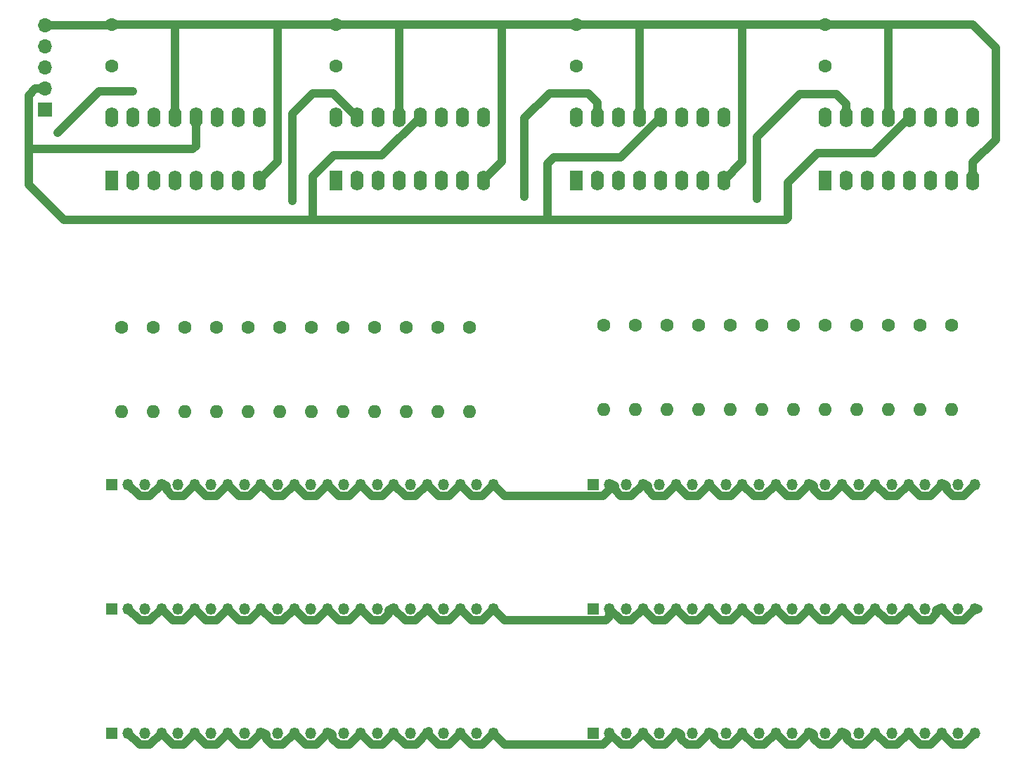
<source format=gbr>
%TF.GenerationSoftware,KiCad,Pcbnew,(5.1.9-0-10_14)*%
%TF.CreationDate,2021-03-14T17:55:17-04:00*%
%TF.ProjectId,LED Display,4c454420-4469-4737-906c-61792e6b6963,rev?*%
%TF.SameCoordinates,Original*%
%TF.FileFunction,Copper,L2,Bot*%
%TF.FilePolarity,Positive*%
%FSLAX46Y46*%
G04 Gerber Fmt 4.6, Leading zero omitted, Abs format (unit mm)*
G04 Created by KiCad (PCBNEW (5.1.9-0-10_14)) date 2021-03-14 17:55:17*
%MOMM*%
%LPD*%
G01*
G04 APERTURE LIST*
%TA.AperFunction,ComponentPad*%
%ADD10R,1.350000X1.350000*%
%TD*%
%TA.AperFunction,ComponentPad*%
%ADD11O,1.350000X1.350000*%
%TD*%
%TA.AperFunction,ComponentPad*%
%ADD12C,1.600000*%
%TD*%
%TA.AperFunction,ComponentPad*%
%ADD13R,1.700000X1.700000*%
%TD*%
%TA.AperFunction,ComponentPad*%
%ADD14O,1.700000X1.700000*%
%TD*%
%TA.AperFunction,ComponentPad*%
%ADD15O,1.600000X1.600000*%
%TD*%
%TA.AperFunction,ComponentPad*%
%ADD16O,1.600000X2.400000*%
%TD*%
%TA.AperFunction,ComponentPad*%
%ADD17R,1.600000X2.400000*%
%TD*%
%TA.AperFunction,ViaPad*%
%ADD18C,0.800000*%
%TD*%
%TA.AperFunction,Conductor*%
%ADD19C,1.000000*%
%TD*%
G04 APERTURE END LIST*
D10*
%TO.P,Display6,1*%
%TO.N,Net-(Display2-Pad1)*%
X102500000Y-101650000D03*
D11*
%TO.P,Display6,2*%
%TO.N,Net-(Display5-Pad10)*%
X104500000Y-101650000D03*
%TO.P,Display6,3*%
%TO.N,Net-(Display2-Pad3)*%
X106500000Y-101650000D03*
%TO.P,Display6,4*%
%TO.N,Net-(Display5-Pad10)*%
X108500000Y-101650000D03*
%TO.P,Display6,5*%
%TO.N,Net-(Display2-Pad5)*%
X110500000Y-101650000D03*
%TO.P,Display6,6*%
%TO.N,Net-(Display5-Pad10)*%
X112500000Y-101650000D03*
%TO.P,Display6,7*%
%TO.N,Net-(Display2-Pad7)*%
X114500000Y-101650000D03*
%TO.P,Display6,8*%
%TO.N,Net-(Display5-Pad10)*%
X116500000Y-101650000D03*
%TO.P,Display6,9*%
%TO.N,Net-(Display2-Pad9)*%
X118500000Y-101650000D03*
%TO.P,Display6,10*%
%TO.N,Net-(Display5-Pad10)*%
X120500000Y-101650000D03*
%TO.P,Display6,11*%
%TO.N,Net-(Display2-Pad11)*%
X122500000Y-101650000D03*
%TO.P,Display6,12*%
%TO.N,Net-(Display5-Pad10)*%
X124500000Y-101650000D03*
%TO.P,Display6,13*%
%TO.N,Net-(Display2-Pad13)*%
X126500000Y-101650000D03*
%TO.P,Display6,14*%
%TO.N,Net-(Display5-Pad10)*%
X128500000Y-101650000D03*
%TO.P,Display6,15*%
%TO.N,Net-(Display2-Pad15)*%
X130500000Y-101650000D03*
%TO.P,Display6,16*%
%TO.N,Net-(Display5-Pad10)*%
X132500000Y-101650000D03*
%TO.P,Display6,17*%
%TO.N,Net-(Display2-Pad17)*%
X134500000Y-101650000D03*
%TO.P,Display6,18*%
%TO.N,Net-(Display5-Pad10)*%
X136500000Y-101650000D03*
%TO.P,Display6,19*%
%TO.N,Net-(Display2-Pad19)*%
X138500000Y-101650000D03*
%TO.P,Display6,20*%
%TO.N,Net-(Display5-Pad10)*%
X140500000Y-101650000D03*
%TO.P,Display6,21*%
%TO.N,Net-(Display2-Pad21)*%
X142500000Y-101650000D03*
%TO.P,Display6,22*%
%TO.N,Net-(Display5-Pad10)*%
X144500000Y-101650000D03*
%TO.P,Display6,23*%
%TO.N,Net-(Display2-Pad23)*%
X146500000Y-101650000D03*
%TO.P,Display6,24*%
%TO.N,Net-(Display5-Pad10)*%
X148500000Y-101650000D03*
%TD*%
D12*
%TO.P,C1,2*%
%TO.N,GND*%
X44500000Y-16250000D03*
%TO.P,C1,1*%
%TO.N,+5V*%
X44500000Y-21250000D03*
%TD*%
%TO.P,C2,1*%
%TO.N,+5V*%
X71500000Y-21250000D03*
%TO.P,C2,2*%
%TO.N,GND*%
X71500000Y-16250000D03*
%TD*%
%TO.P,C3,1*%
%TO.N,+5V*%
X100500000Y-21250000D03*
%TO.P,C3,2*%
%TO.N,GND*%
X100500000Y-16250000D03*
%TD*%
%TO.P,C4,2*%
%TO.N,+5V*%
X130500000Y-21250000D03*
%TO.P,C4,1*%
%TO.N,GND*%
X130500000Y-16250000D03*
%TD*%
D11*
%TO.P,Display1,24*%
%TO.N,Net-(Display1-Pad10)*%
X90500000Y-71650000D03*
%TO.P,Display1,23*%
%TO.N,Net-(Display1-Pad23)*%
X88500000Y-71650000D03*
%TO.P,Display1,22*%
%TO.N,Net-(Display1-Pad10)*%
X86500000Y-71650000D03*
%TO.P,Display1,21*%
%TO.N,Net-(Display1-Pad21)*%
X84500000Y-71650000D03*
%TO.P,Display1,20*%
%TO.N,Net-(Display1-Pad10)*%
X82500000Y-71650000D03*
%TO.P,Display1,19*%
%TO.N,Net-(Display1-Pad19)*%
X80500000Y-71650000D03*
%TO.P,Display1,18*%
%TO.N,Net-(Display1-Pad10)*%
X78500000Y-71650000D03*
%TO.P,Display1,17*%
%TO.N,Net-(Display1-Pad17)*%
X76500000Y-71650000D03*
%TO.P,Display1,16*%
%TO.N,Net-(Display1-Pad10)*%
X74500000Y-71650000D03*
%TO.P,Display1,15*%
%TO.N,Net-(Display1-Pad15)*%
X72500000Y-71650000D03*
%TO.P,Display1,14*%
%TO.N,Net-(Display1-Pad10)*%
X70500000Y-71650000D03*
%TO.P,Display1,13*%
%TO.N,Net-(Display1-Pad13)*%
X68500000Y-71650000D03*
%TO.P,Display1,12*%
%TO.N,Net-(Display1-Pad10)*%
X66500000Y-71650000D03*
%TO.P,Display1,11*%
%TO.N,Net-(Display1-Pad11)*%
X64500000Y-71650000D03*
%TO.P,Display1,10*%
%TO.N,Net-(Display1-Pad10)*%
X62500000Y-71650000D03*
%TO.P,Display1,9*%
%TO.N,Net-(Display1-Pad9)*%
X60500000Y-71650000D03*
%TO.P,Display1,8*%
%TO.N,Net-(Display1-Pad10)*%
X58500000Y-71650000D03*
%TO.P,Display1,7*%
%TO.N,Net-(Display1-Pad7)*%
X56500000Y-71650000D03*
%TO.P,Display1,6*%
%TO.N,Net-(Display1-Pad10)*%
X54500000Y-71650000D03*
%TO.P,Display1,5*%
%TO.N,Net-(Display1-Pad5)*%
X52500000Y-71650000D03*
%TO.P,Display1,4*%
%TO.N,Net-(Display1-Pad10)*%
X50500000Y-71650000D03*
%TO.P,Display1,3*%
%TO.N,Net-(Display1-Pad3)*%
X48500000Y-71650000D03*
%TO.P,Display1,2*%
%TO.N,Net-(Display1-Pad10)*%
X46500000Y-71650000D03*
D10*
%TO.P,Display1,1*%
%TO.N,Net-(Display1-Pad1)*%
X44500000Y-71650000D03*
%TD*%
%TO.P,Display2,1*%
%TO.N,Net-(Display2-Pad1)*%
X102500000Y-71650000D03*
D11*
%TO.P,Display2,2*%
%TO.N,Net-(Display1-Pad10)*%
X104500000Y-71650000D03*
%TO.P,Display2,3*%
%TO.N,Net-(Display2-Pad3)*%
X106500000Y-71650000D03*
%TO.P,Display2,4*%
%TO.N,Net-(Display1-Pad10)*%
X108500000Y-71650000D03*
%TO.P,Display2,5*%
%TO.N,Net-(Display2-Pad5)*%
X110500000Y-71650000D03*
%TO.P,Display2,6*%
%TO.N,Net-(Display1-Pad10)*%
X112500000Y-71650000D03*
%TO.P,Display2,7*%
%TO.N,Net-(Display2-Pad7)*%
X114500000Y-71650000D03*
%TO.P,Display2,8*%
%TO.N,Net-(Display1-Pad10)*%
X116500000Y-71650000D03*
%TO.P,Display2,9*%
%TO.N,Net-(Display2-Pad9)*%
X118500000Y-71650000D03*
%TO.P,Display2,10*%
%TO.N,Net-(Display1-Pad10)*%
X120500000Y-71650000D03*
%TO.P,Display2,11*%
%TO.N,Net-(Display2-Pad11)*%
X122500000Y-71650000D03*
%TO.P,Display2,12*%
%TO.N,Net-(Display1-Pad10)*%
X124500000Y-71650000D03*
%TO.P,Display2,13*%
%TO.N,Net-(Display2-Pad13)*%
X126500000Y-71650000D03*
%TO.P,Display2,14*%
%TO.N,Net-(Display1-Pad10)*%
X128500000Y-71650000D03*
%TO.P,Display2,15*%
%TO.N,Net-(Display2-Pad15)*%
X130500000Y-71650000D03*
%TO.P,Display2,16*%
%TO.N,Net-(Display1-Pad10)*%
X132500000Y-71650000D03*
%TO.P,Display2,17*%
%TO.N,Net-(Display2-Pad17)*%
X134500000Y-71650000D03*
%TO.P,Display2,18*%
%TO.N,Net-(Display1-Pad10)*%
X136500000Y-71650000D03*
%TO.P,Display2,19*%
%TO.N,Net-(Display2-Pad19)*%
X138500000Y-71650000D03*
%TO.P,Display2,20*%
%TO.N,Net-(Display1-Pad10)*%
X140500000Y-71650000D03*
%TO.P,Display2,21*%
%TO.N,Net-(Display2-Pad21)*%
X142500000Y-71650000D03*
%TO.P,Display2,22*%
%TO.N,Net-(Display1-Pad10)*%
X144500000Y-71650000D03*
%TO.P,Display2,23*%
%TO.N,Net-(Display2-Pad23)*%
X146500000Y-71650000D03*
%TO.P,Display2,24*%
%TO.N,Net-(Display1-Pad10)*%
X148500000Y-71650000D03*
%TD*%
%TO.P,Display3,24*%
%TO.N,Net-(Display3-Pad10)*%
X90500000Y-86650000D03*
%TO.P,Display3,23*%
%TO.N,Net-(Display1-Pad23)*%
X88500000Y-86650000D03*
%TO.P,Display3,22*%
%TO.N,Net-(Display3-Pad10)*%
X86500000Y-86650000D03*
%TO.P,Display3,21*%
%TO.N,Net-(Display1-Pad21)*%
X84500000Y-86650000D03*
%TO.P,Display3,20*%
%TO.N,Net-(Display3-Pad10)*%
X82500000Y-86650000D03*
%TO.P,Display3,19*%
%TO.N,Net-(Display1-Pad19)*%
X80500000Y-86650000D03*
%TO.P,Display3,18*%
%TO.N,Net-(Display3-Pad10)*%
X78500000Y-86650000D03*
%TO.P,Display3,17*%
%TO.N,Net-(Display1-Pad17)*%
X76500000Y-86650000D03*
%TO.P,Display3,16*%
%TO.N,Net-(Display3-Pad10)*%
X74500000Y-86650000D03*
%TO.P,Display3,15*%
%TO.N,Net-(Display1-Pad15)*%
X72500000Y-86650000D03*
%TO.P,Display3,14*%
%TO.N,Net-(Display3-Pad10)*%
X70500000Y-86650000D03*
%TO.P,Display3,13*%
%TO.N,Net-(Display1-Pad13)*%
X68500000Y-86650000D03*
%TO.P,Display3,12*%
%TO.N,Net-(Display3-Pad10)*%
X66500000Y-86650000D03*
%TO.P,Display3,11*%
%TO.N,Net-(Display1-Pad11)*%
X64500000Y-86650000D03*
%TO.P,Display3,10*%
%TO.N,Net-(Display3-Pad10)*%
X62500000Y-86650000D03*
%TO.P,Display3,9*%
%TO.N,Net-(Display1-Pad9)*%
X60500000Y-86650000D03*
%TO.P,Display3,8*%
%TO.N,Net-(Display3-Pad10)*%
X58500000Y-86650000D03*
%TO.P,Display3,7*%
%TO.N,Net-(Display1-Pad7)*%
X56500000Y-86650000D03*
%TO.P,Display3,6*%
%TO.N,Net-(Display3-Pad10)*%
X54500000Y-86650000D03*
%TO.P,Display3,5*%
%TO.N,Net-(Display1-Pad5)*%
X52500000Y-86650000D03*
%TO.P,Display3,4*%
%TO.N,Net-(Display3-Pad10)*%
X50500000Y-86650000D03*
%TO.P,Display3,3*%
%TO.N,Net-(Display1-Pad3)*%
X48500000Y-86650000D03*
%TO.P,Display3,2*%
%TO.N,Net-(Display3-Pad10)*%
X46500000Y-86650000D03*
D10*
%TO.P,Display3,1*%
%TO.N,Net-(Display1-Pad1)*%
X44500000Y-86650000D03*
%TD*%
D11*
%TO.P,Display4,24*%
%TO.N,Net-(Display3-Pad10)*%
X148500000Y-86650000D03*
%TO.P,Display4,23*%
%TO.N,Net-(Display2-Pad23)*%
X146500000Y-86650000D03*
%TO.P,Display4,22*%
%TO.N,Net-(Display3-Pad10)*%
X144500000Y-86650000D03*
%TO.P,Display4,21*%
%TO.N,Net-(Display2-Pad21)*%
X142500000Y-86650000D03*
%TO.P,Display4,20*%
%TO.N,Net-(Display3-Pad10)*%
X140500000Y-86650000D03*
%TO.P,Display4,19*%
%TO.N,Net-(Display2-Pad19)*%
X138500000Y-86650000D03*
%TO.P,Display4,18*%
%TO.N,Net-(Display3-Pad10)*%
X136500000Y-86650000D03*
%TO.P,Display4,17*%
%TO.N,Net-(Display2-Pad17)*%
X134500000Y-86650000D03*
%TO.P,Display4,16*%
%TO.N,Net-(Display3-Pad10)*%
X132500000Y-86650000D03*
%TO.P,Display4,15*%
%TO.N,Net-(Display2-Pad15)*%
X130500000Y-86650000D03*
%TO.P,Display4,14*%
%TO.N,Net-(Display3-Pad10)*%
X128500000Y-86650000D03*
%TO.P,Display4,13*%
%TO.N,Net-(Display2-Pad13)*%
X126500000Y-86650000D03*
%TO.P,Display4,12*%
%TO.N,Net-(Display3-Pad10)*%
X124500000Y-86650000D03*
%TO.P,Display4,11*%
%TO.N,Net-(Display2-Pad11)*%
X122500000Y-86650000D03*
%TO.P,Display4,10*%
%TO.N,Net-(Display3-Pad10)*%
X120500000Y-86650000D03*
%TO.P,Display4,9*%
%TO.N,Net-(Display2-Pad9)*%
X118500000Y-86650000D03*
%TO.P,Display4,8*%
%TO.N,Net-(Display3-Pad10)*%
X116500000Y-86650000D03*
%TO.P,Display4,7*%
%TO.N,Net-(Display2-Pad7)*%
X114500000Y-86650000D03*
%TO.P,Display4,6*%
%TO.N,Net-(Display3-Pad10)*%
X112500000Y-86650000D03*
%TO.P,Display4,5*%
%TO.N,Net-(Display2-Pad5)*%
X110500000Y-86650000D03*
%TO.P,Display4,4*%
%TO.N,Net-(Display3-Pad10)*%
X108500000Y-86650000D03*
%TO.P,Display4,3*%
%TO.N,Net-(Display2-Pad3)*%
X106500000Y-86650000D03*
%TO.P,Display4,2*%
%TO.N,Net-(Display3-Pad10)*%
X104500000Y-86650000D03*
D10*
%TO.P,Display4,1*%
%TO.N,Net-(Display2-Pad1)*%
X102500000Y-86650000D03*
%TD*%
%TO.P,Display5,1*%
%TO.N,Net-(Display1-Pad1)*%
X44500000Y-101650000D03*
D11*
%TO.P,Display5,2*%
%TO.N,Net-(Display5-Pad10)*%
X46500000Y-101650000D03*
%TO.P,Display5,3*%
%TO.N,Net-(Display1-Pad3)*%
X48500000Y-101650000D03*
%TO.P,Display5,4*%
%TO.N,Net-(Display5-Pad10)*%
X50500000Y-101650000D03*
%TO.P,Display5,5*%
%TO.N,Net-(Display1-Pad5)*%
X52500000Y-101650000D03*
%TO.P,Display5,6*%
%TO.N,Net-(Display5-Pad10)*%
X54500000Y-101650000D03*
%TO.P,Display5,7*%
%TO.N,Net-(Display1-Pad7)*%
X56500000Y-101650000D03*
%TO.P,Display5,8*%
%TO.N,Net-(Display5-Pad10)*%
X58500000Y-101650000D03*
%TO.P,Display5,9*%
%TO.N,Net-(Display1-Pad9)*%
X60500000Y-101650000D03*
%TO.P,Display5,10*%
%TO.N,Net-(Display5-Pad10)*%
X62500000Y-101650000D03*
%TO.P,Display5,11*%
%TO.N,Net-(Display1-Pad11)*%
X64500000Y-101650000D03*
%TO.P,Display5,12*%
%TO.N,Net-(Display5-Pad10)*%
X66500000Y-101650000D03*
%TO.P,Display5,13*%
%TO.N,Net-(Display1-Pad13)*%
X68500000Y-101650000D03*
%TO.P,Display5,14*%
%TO.N,Net-(Display5-Pad10)*%
X70500000Y-101650000D03*
%TO.P,Display5,15*%
%TO.N,Net-(Display1-Pad15)*%
X72500000Y-101650000D03*
%TO.P,Display5,16*%
%TO.N,Net-(Display5-Pad10)*%
X74500000Y-101650000D03*
%TO.P,Display5,17*%
%TO.N,Net-(Display1-Pad17)*%
X76500000Y-101650000D03*
%TO.P,Display5,18*%
%TO.N,Net-(Display5-Pad10)*%
X78500000Y-101650000D03*
%TO.P,Display5,19*%
%TO.N,Net-(Display1-Pad19)*%
X80500000Y-101650000D03*
%TO.P,Display5,20*%
%TO.N,Net-(Display5-Pad10)*%
X82500000Y-101650000D03*
%TO.P,Display5,21*%
%TO.N,Net-(Display1-Pad21)*%
X84500000Y-101650000D03*
%TO.P,Display5,22*%
%TO.N,Net-(Display5-Pad10)*%
X86500000Y-101650000D03*
%TO.P,Display5,23*%
%TO.N,Net-(Display1-Pad23)*%
X88500000Y-101650000D03*
%TO.P,Display5,24*%
%TO.N,Net-(Display5-Pad10)*%
X90500000Y-101650000D03*
%TD*%
D13*
%TO.P,J1,1*%
%TO.N,Net-(J1-Pad1)*%
X36500000Y-26500000D03*
D14*
%TO.P,J1,2*%
%TO.N,Net-(J1-Pad2)*%
X36500000Y-23960000D03*
%TO.P,J1,3*%
%TO.N,Net-(J1-Pad3)*%
X36500000Y-21420000D03*
%TO.P,J1,4*%
%TO.N,+5V*%
X36500000Y-18880000D03*
%TO.P,J1,5*%
%TO.N,GND*%
X36500000Y-16340000D03*
%TD*%
D12*
%TO.P,R1,1*%
%TO.N,Net-(R1-Pad1)*%
X45750000Y-52750000D03*
D15*
%TO.P,R1,2*%
%TO.N,Net-(Display1-Pad1)*%
X45750000Y-62910000D03*
%TD*%
%TO.P,R2,2*%
%TO.N,Net-(Display1-Pad3)*%
X49560000Y-62910000D03*
D12*
%TO.P,R2,1*%
%TO.N,Net-(R2-Pad1)*%
X49560000Y-52750000D03*
%TD*%
%TO.P,R3,1*%
%TO.N,Net-(R3-Pad1)*%
X53370000Y-52750000D03*
D15*
%TO.P,R3,2*%
%TO.N,Net-(Display1-Pad5)*%
X53370000Y-62910000D03*
%TD*%
D12*
%TO.P,R4,1*%
%TO.N,Net-(R4-Pad1)*%
X57180000Y-52750000D03*
D15*
%TO.P,R4,2*%
%TO.N,Net-(Display1-Pad7)*%
X57180000Y-62910000D03*
%TD*%
D12*
%TO.P,R5,1*%
%TO.N,Net-(R5-Pad1)*%
X60990000Y-52750000D03*
D15*
%TO.P,R5,2*%
%TO.N,Net-(Display1-Pad9)*%
X60990000Y-62910000D03*
%TD*%
%TO.P,R6,2*%
%TO.N,Net-(Display1-Pad11)*%
X64800000Y-62910000D03*
D12*
%TO.P,R6,1*%
%TO.N,Net-(R6-Pad1)*%
X64800000Y-52750000D03*
%TD*%
%TO.P,R7,1*%
%TO.N,Net-(R7-Pad1)*%
X68610000Y-52750000D03*
D15*
%TO.P,R7,2*%
%TO.N,Net-(Display1-Pad13)*%
X68610000Y-62910000D03*
%TD*%
%TO.P,R8,2*%
%TO.N,Net-(Display1-Pad15)*%
X72420000Y-62910000D03*
D12*
%TO.P,R8,1*%
%TO.N,Net-(R8-Pad1)*%
X72420000Y-52750000D03*
%TD*%
D15*
%TO.P,R9,2*%
%TO.N,Net-(Display1-Pad17)*%
X76230000Y-62910000D03*
D12*
%TO.P,R9,1*%
%TO.N,Net-(R9-Pad1)*%
X76230000Y-52750000D03*
%TD*%
%TO.P,R10,1*%
%TO.N,Net-(R10-Pad1)*%
X80040000Y-52750000D03*
D15*
%TO.P,R10,2*%
%TO.N,Net-(Display1-Pad19)*%
X80040000Y-62910000D03*
%TD*%
%TO.P,R11,2*%
%TO.N,Net-(Display1-Pad21)*%
X83850000Y-62910000D03*
D12*
%TO.P,R11,1*%
%TO.N,Net-(R11-Pad1)*%
X83850000Y-52750000D03*
%TD*%
%TO.P,R12,1*%
%TO.N,Net-(R12-Pad1)*%
X87660000Y-52750000D03*
D15*
%TO.P,R12,2*%
%TO.N,Net-(Display1-Pad23)*%
X87660000Y-62910000D03*
%TD*%
D12*
%TO.P,R13,1*%
%TO.N,Net-(R13-Pad1)*%
X103750000Y-52500000D03*
D15*
%TO.P,R13,2*%
%TO.N,Net-(Display2-Pad1)*%
X103750000Y-62660000D03*
%TD*%
%TO.P,R14,2*%
%TO.N,Net-(Display2-Pad3)*%
X107560000Y-62660000D03*
D12*
%TO.P,R14,1*%
%TO.N,Net-(R14-Pad1)*%
X107560000Y-52500000D03*
%TD*%
D15*
%TO.P,R15,2*%
%TO.N,Net-(Display2-Pad5)*%
X111370000Y-62660000D03*
D12*
%TO.P,R15,1*%
%TO.N,Net-(R15-Pad1)*%
X111370000Y-52500000D03*
%TD*%
%TO.P,R16,1*%
%TO.N,Net-(R16-Pad1)*%
X115180000Y-52500000D03*
D15*
%TO.P,R16,2*%
%TO.N,Net-(Display2-Pad7)*%
X115180000Y-62660000D03*
%TD*%
%TO.P,R17,2*%
%TO.N,Net-(Display2-Pad9)*%
X118990000Y-62660000D03*
D12*
%TO.P,R17,1*%
%TO.N,Net-(R17-Pad1)*%
X118990000Y-52500000D03*
%TD*%
%TO.P,R18,1*%
%TO.N,Net-(R18-Pad1)*%
X122800000Y-52500000D03*
D15*
%TO.P,R18,2*%
%TO.N,Net-(Display2-Pad11)*%
X122800000Y-62660000D03*
%TD*%
%TO.P,R19,2*%
%TO.N,Net-(Display2-Pad13)*%
X126610000Y-62660000D03*
D12*
%TO.P,R19,1*%
%TO.N,Net-(R19-Pad1)*%
X126610000Y-52500000D03*
%TD*%
%TO.P,R20,1*%
%TO.N,Net-(R20-Pad1)*%
X130420000Y-52500000D03*
D15*
%TO.P,R20,2*%
%TO.N,Net-(Display2-Pad15)*%
X130420000Y-62660000D03*
%TD*%
%TO.P,R21,2*%
%TO.N,Net-(Display2-Pad17)*%
X134230000Y-62660000D03*
D12*
%TO.P,R21,1*%
%TO.N,Net-(R21-Pad1)*%
X134230000Y-52500000D03*
%TD*%
%TO.P,R22,1*%
%TO.N,Net-(R22-Pad1)*%
X138040000Y-52500000D03*
D15*
%TO.P,R22,2*%
%TO.N,Net-(Display2-Pad19)*%
X138040000Y-62660000D03*
%TD*%
%TO.P,R23,2*%
%TO.N,Net-(Display2-Pad21)*%
X141850000Y-62660000D03*
D12*
%TO.P,R23,1*%
%TO.N,Net-(R23-Pad1)*%
X141850000Y-52500000D03*
%TD*%
D15*
%TO.P,R24,2*%
%TO.N,Net-(Display2-Pad23)*%
X145660000Y-62660000D03*
D12*
%TO.P,R24,1*%
%TO.N,Net-(R24-Pad1)*%
X145660000Y-52500000D03*
%TD*%
D16*
%TO.P,U1,16*%
%TO.N,+5V*%
X44500000Y-27380000D03*
%TO.P,U1,8*%
%TO.N,GND*%
X62280000Y-35000000D03*
%TO.P,U1,15*%
%TO.N,Net-(R1-Pad1)*%
X47040000Y-27380000D03*
%TO.P,U1,7*%
%TO.N,Net-(R8-Pad1)*%
X59740000Y-35000000D03*
%TO.P,U1,14*%
%TO.N,Net-(J1-Pad3)*%
X49580000Y-27380000D03*
%TO.P,U1,6*%
%TO.N,Net-(R7-Pad1)*%
X57200000Y-35000000D03*
%TO.P,U1,13*%
%TO.N,GND*%
X52120000Y-27380000D03*
%TO.P,U1,5*%
%TO.N,Net-(R6-Pad1)*%
X54660000Y-35000000D03*
%TO.P,U1,12*%
%TO.N,Net-(J1-Pad2)*%
X54660000Y-27380000D03*
%TO.P,U1,4*%
%TO.N,Net-(R5-Pad1)*%
X52120000Y-35000000D03*
%TO.P,U1,11*%
%TO.N,Net-(J1-Pad1)*%
X57200000Y-27380000D03*
%TO.P,U1,3*%
%TO.N,Net-(R4-Pad1)*%
X49580000Y-35000000D03*
%TO.P,U1,10*%
%TO.N,+5V*%
X59740000Y-27380000D03*
%TO.P,U1,2*%
%TO.N,Net-(R3-Pad1)*%
X47040000Y-35000000D03*
%TO.P,U1,9*%
%TO.N,Net-(U1-Pad9)*%
X62280000Y-27380000D03*
D17*
%TO.P,U1,1*%
%TO.N,Net-(R2-Pad1)*%
X44500000Y-35000000D03*
%TD*%
%TO.P,U2,1*%
%TO.N,Net-(R10-Pad1)*%
X71500000Y-35000000D03*
D16*
%TO.P,U2,9*%
%TO.N,Net-(U2-Pad9)*%
X89280000Y-27380000D03*
%TO.P,U2,2*%
%TO.N,Net-(R11-Pad1)*%
X74040000Y-35000000D03*
%TO.P,U2,10*%
%TO.N,+5V*%
X86740000Y-27380000D03*
%TO.P,U2,3*%
%TO.N,Net-(R12-Pad1)*%
X76580000Y-35000000D03*
%TO.P,U2,11*%
%TO.N,Net-(J1-Pad1)*%
X84200000Y-27380000D03*
%TO.P,U2,4*%
%TO.N,Net-(R13-Pad1)*%
X79120000Y-35000000D03*
%TO.P,U2,12*%
%TO.N,Net-(J1-Pad2)*%
X81660000Y-27380000D03*
%TO.P,U2,5*%
%TO.N,Net-(R14-Pad1)*%
X81660000Y-35000000D03*
%TO.P,U2,13*%
%TO.N,GND*%
X79120000Y-27380000D03*
%TO.P,U2,6*%
%TO.N,Net-(R15-Pad1)*%
X84200000Y-35000000D03*
%TO.P,U2,14*%
%TO.N,Net-(U1-Pad9)*%
X76580000Y-27380000D03*
%TO.P,U2,7*%
%TO.N,Net-(R16-Pad1)*%
X86740000Y-35000000D03*
%TO.P,U2,15*%
%TO.N,Net-(R9-Pad1)*%
X74040000Y-27380000D03*
%TO.P,U2,8*%
%TO.N,GND*%
X89280000Y-35000000D03*
%TO.P,U2,16*%
%TO.N,+5V*%
X71500000Y-27380000D03*
%TD*%
%TO.P,U3,16*%
%TO.N,+5V*%
X100500000Y-27380000D03*
%TO.P,U3,8*%
%TO.N,GND*%
X118280000Y-35000000D03*
%TO.P,U3,15*%
%TO.N,Net-(R17-Pad1)*%
X103040000Y-27380000D03*
%TO.P,U3,7*%
%TO.N,Net-(R24-Pad1)*%
X115740000Y-35000000D03*
%TO.P,U3,14*%
%TO.N,Net-(U2-Pad9)*%
X105580000Y-27380000D03*
%TO.P,U3,6*%
%TO.N,Net-(R23-Pad1)*%
X113200000Y-35000000D03*
%TO.P,U3,13*%
%TO.N,GND*%
X108120000Y-27380000D03*
%TO.P,U3,5*%
%TO.N,Net-(R22-Pad1)*%
X110660000Y-35000000D03*
%TO.P,U3,12*%
%TO.N,Net-(J1-Pad2)*%
X110660000Y-27380000D03*
%TO.P,U3,4*%
%TO.N,Net-(R21-Pad1)*%
X108120000Y-35000000D03*
%TO.P,U3,11*%
%TO.N,Net-(J1-Pad1)*%
X113200000Y-27380000D03*
%TO.P,U3,3*%
%TO.N,Net-(R20-Pad1)*%
X105580000Y-35000000D03*
%TO.P,U3,10*%
%TO.N,+5V*%
X115740000Y-27380000D03*
%TO.P,U3,2*%
%TO.N,Net-(R19-Pad1)*%
X103040000Y-35000000D03*
%TO.P,U3,9*%
%TO.N,Net-(U3-Pad9)*%
X118280000Y-27380000D03*
D17*
%TO.P,U3,1*%
%TO.N,Net-(R18-Pad1)*%
X100500000Y-35000000D03*
%TD*%
%TO.P,U4,1*%
%TO.N,Net-(Display3-Pad10)*%
X130500000Y-35000000D03*
D16*
%TO.P,U4,9*%
%TO.N,Net-(U4-Pad9)*%
X148280000Y-27380000D03*
%TO.P,U4,2*%
%TO.N,Net-(Display5-Pad10)*%
X133040000Y-35000000D03*
%TO.P,U4,10*%
%TO.N,+5V*%
X145740000Y-27380000D03*
%TO.P,U4,3*%
%TO.N,Net-(U4-Pad3)*%
X135580000Y-35000000D03*
%TO.P,U4,11*%
%TO.N,Net-(J1-Pad1)*%
X143200000Y-27380000D03*
%TO.P,U4,4*%
%TO.N,Net-(U4-Pad4)*%
X138120000Y-35000000D03*
%TO.P,U4,12*%
%TO.N,Net-(J1-Pad2)*%
X140660000Y-27380000D03*
%TO.P,U4,5*%
%TO.N,Net-(U4-Pad5)*%
X140660000Y-35000000D03*
%TO.P,U4,13*%
%TO.N,GND*%
X138120000Y-27380000D03*
%TO.P,U4,6*%
%TO.N,Net-(U4-Pad6)*%
X143200000Y-35000000D03*
%TO.P,U4,14*%
%TO.N,Net-(U3-Pad9)*%
X135580000Y-27380000D03*
%TO.P,U4,7*%
%TO.N,Net-(U4-Pad7)*%
X145740000Y-35000000D03*
%TO.P,U4,15*%
%TO.N,Net-(Display1-Pad10)*%
X133040000Y-27380000D03*
%TO.P,U4,8*%
%TO.N,GND*%
X148280000Y-35000000D03*
%TO.P,U4,16*%
%TO.N,+5V*%
X130500000Y-27380000D03*
%TD*%
D18*
%TO.N,Net-(Display1-Pad10)*%
X122250000Y-37250000D03*
%TO.N,Net-(R1-Pad1)*%
X38000000Y-29250000D03*
X47040000Y-24290000D03*
%TO.N,Net-(R9-Pad1)*%
X66250000Y-37250000D03*
X66250000Y-37250000D03*
%TO.N,Net-(R17-Pad1)*%
X94250000Y-37000000D03*
%TD*%
D19*
%TO.N,GND*%
X108120000Y-16250000D02*
X100500000Y-16250000D01*
X79120000Y-16370000D02*
X79000000Y-16250000D01*
X79000000Y-16250000D02*
X71500000Y-16250000D01*
X79120000Y-27380000D02*
X79120000Y-16370000D01*
X52120000Y-16250000D02*
X44500000Y-16250000D01*
X52120000Y-27380000D02*
X52120000Y-16250000D01*
X130500000Y-16250000D02*
X138120000Y-16250000D01*
X138120000Y-16250000D02*
X138120000Y-27380000D01*
X44410000Y-16340000D02*
X44500000Y-16250000D01*
X36500000Y-16340000D02*
X44410000Y-16340000D01*
X108120000Y-24880000D02*
X108120000Y-16250000D01*
X108120000Y-27380000D02*
X108120000Y-24880000D01*
X151000000Y-19000000D02*
X148250000Y-16250000D01*
X151000000Y-30080000D02*
X151000000Y-19000000D01*
X148250000Y-16250000D02*
X130500000Y-16250000D01*
X148280000Y-32800000D02*
X151000000Y-30080000D01*
X148280000Y-35000000D02*
X148280000Y-32800000D01*
X108120000Y-22750000D02*
X108120000Y-24880000D01*
X118280000Y-35000000D02*
X120500000Y-32780000D01*
X120500000Y-32780000D02*
X120500000Y-16250000D01*
X120500000Y-16250000D02*
X100500000Y-16250000D01*
X130500000Y-16250000D02*
X120500000Y-16250000D01*
X100500000Y-16250000D02*
X93500000Y-16250000D01*
X89280000Y-35000000D02*
X89280000Y-34970000D01*
X89280000Y-34970000D02*
X91500000Y-32750000D01*
X91500000Y-32750000D02*
X91500000Y-16250000D01*
X93500000Y-16250000D02*
X91500000Y-16250000D01*
X62280000Y-35000000D02*
X62280000Y-34970000D01*
X62280000Y-34970000D02*
X64500000Y-32750000D01*
X64500000Y-32750000D02*
X64500000Y-27750000D01*
X64500000Y-27750000D02*
X64500000Y-16250000D01*
X64500000Y-16250000D02*
X44500000Y-16250000D01*
X91500000Y-16250000D02*
X64500000Y-16250000D01*
%TO.N,Net-(Display1-Pad10)*%
X49124999Y-73025001D02*
X50500000Y-71650000D01*
X47875001Y-73025001D02*
X49124999Y-73025001D01*
X46500000Y-71650000D02*
X47875001Y-73025001D01*
X53124999Y-73025001D02*
X54500000Y-71650000D01*
X51839999Y-73025001D02*
X53124999Y-73025001D01*
X51124999Y-72310001D02*
X51839999Y-73025001D01*
X51124999Y-71874999D02*
X51124999Y-72310001D01*
X50900000Y-71650000D02*
X51124999Y-71874999D01*
X50500000Y-71650000D02*
X50900000Y-71650000D01*
X55875001Y-73025001D02*
X57124999Y-73025001D01*
X57124999Y-73025001D02*
X58500000Y-71650000D01*
X54500000Y-71650000D02*
X55875001Y-73025001D01*
X61124999Y-73025001D02*
X62500000Y-71650000D01*
X59875001Y-73025001D02*
X61124999Y-73025001D01*
X58500000Y-71650000D02*
X59875001Y-73025001D01*
X65124999Y-73025001D02*
X66500000Y-71650000D01*
X63875001Y-73025001D02*
X65124999Y-73025001D01*
X62500000Y-71650000D02*
X63875001Y-73025001D01*
X69124999Y-73025001D02*
X70500000Y-71650000D01*
X67875001Y-73025001D02*
X69124999Y-73025001D01*
X66500000Y-71650000D02*
X67875001Y-73025001D01*
X73124999Y-73025001D02*
X74500000Y-71650000D01*
X71875001Y-73025001D02*
X73124999Y-73025001D01*
X70500000Y-71650000D02*
X71875001Y-73025001D01*
X77124999Y-73025001D02*
X78500000Y-71650000D01*
X75875001Y-73025001D02*
X77124999Y-73025001D01*
X74500000Y-71650000D02*
X75875001Y-73025001D01*
X81124999Y-73025001D02*
X82500000Y-71650000D01*
X79875001Y-73025001D02*
X81124999Y-73025001D01*
X78500000Y-71650000D02*
X79875001Y-73025001D01*
X85124999Y-73025001D02*
X86500000Y-71650000D01*
X83875001Y-73025001D02*
X85124999Y-73025001D01*
X82500000Y-71650000D02*
X83875001Y-73025001D01*
X87875001Y-73025001D02*
X89124999Y-73025001D01*
X89124999Y-73025001D02*
X90500000Y-71650000D01*
X86500000Y-71650000D02*
X87875001Y-73025001D01*
X104500000Y-72260002D02*
X104500000Y-71650000D01*
X103735001Y-73025001D02*
X104500000Y-72260002D01*
X91875001Y-73025001D02*
X103735001Y-73025001D01*
X90500000Y-71650000D02*
X91875001Y-73025001D01*
X107124999Y-73025001D02*
X108500000Y-71650000D01*
X105839999Y-73025001D02*
X107124999Y-73025001D01*
X105124999Y-72310001D02*
X105839999Y-73025001D01*
X105124999Y-71874999D02*
X105124999Y-72310001D01*
X104900000Y-71650000D02*
X105124999Y-71874999D01*
X104500000Y-71650000D02*
X104900000Y-71650000D01*
X109839999Y-73025001D02*
X111124999Y-73025001D01*
X109124999Y-72310001D02*
X109839999Y-73025001D01*
X109124999Y-71874999D02*
X109124999Y-72310001D01*
X108900000Y-71650000D02*
X109124999Y-71874999D01*
X111124999Y-73025001D02*
X112500000Y-71650000D01*
X108500000Y-71650000D02*
X108900000Y-71650000D01*
X115124999Y-73025001D02*
X116500000Y-71650000D01*
X113875001Y-73025001D02*
X115124999Y-73025001D01*
X112500000Y-71650000D02*
X113875001Y-73025001D01*
X117875001Y-73025001D02*
X119124999Y-73025001D01*
X119124999Y-73025001D02*
X120500000Y-71650000D01*
X116500000Y-71650000D02*
X117875001Y-73025001D01*
X123124999Y-73025001D02*
X124500000Y-71650000D01*
X121875001Y-73025001D02*
X123124999Y-73025001D01*
X120500000Y-71650000D02*
X121875001Y-73025001D01*
X127124999Y-73025001D02*
X128500000Y-71650000D01*
X125875001Y-73025001D02*
X127124999Y-73025001D01*
X124500000Y-71650000D02*
X125875001Y-73025001D01*
X131124999Y-73025001D02*
X132500000Y-71650000D01*
X129839999Y-73025001D02*
X131124999Y-73025001D01*
X129124999Y-72310001D02*
X129839999Y-73025001D01*
X129124999Y-71874999D02*
X129124999Y-72310001D01*
X128900000Y-71650000D02*
X129124999Y-71874999D01*
X128500000Y-71650000D02*
X128900000Y-71650000D01*
X135124999Y-73025001D02*
X136500000Y-71650000D01*
X133875001Y-73025001D02*
X135124999Y-73025001D01*
X132500000Y-71650000D02*
X133875001Y-73025001D01*
X137875001Y-73025001D02*
X139124999Y-73025001D01*
X139124999Y-73025001D02*
X140500000Y-71650000D01*
X136500000Y-71650000D02*
X137875001Y-73025001D01*
X143124999Y-73025001D02*
X144500000Y-71650000D01*
X141875001Y-73025001D02*
X143124999Y-73025001D01*
X140500000Y-71650000D02*
X141875001Y-73025001D01*
X147124999Y-73025001D02*
X148500000Y-71650000D01*
X145839999Y-73025001D02*
X147124999Y-73025001D01*
X145124999Y-72310001D02*
X145839999Y-73025001D01*
X145124999Y-71874999D02*
X145124999Y-72310001D01*
X144900000Y-71650000D02*
X145124999Y-71874999D01*
X144500000Y-71650000D02*
X144900000Y-71650000D01*
X122250000Y-37250000D02*
X122250000Y-37250000D01*
X122250000Y-29750000D02*
X122250000Y-37250000D01*
X127410000Y-24590000D02*
X122250000Y-29750000D01*
X133040000Y-25790000D02*
X131840000Y-24590000D01*
X131840000Y-24590000D02*
X127410000Y-24590000D01*
X133040000Y-27380000D02*
X133040000Y-25790000D01*
%TO.N,Net-(Display3-Pad10)*%
X145875001Y-88025001D02*
X144500000Y-86650000D01*
X147124999Y-88025001D02*
X145875001Y-88025001D01*
X148500000Y-86650000D02*
X147124999Y-88025001D01*
X141875001Y-88025001D02*
X140500000Y-86650000D01*
X143160001Y-88025001D02*
X141875001Y-88025001D01*
X143875001Y-87310001D02*
X143160001Y-88025001D01*
X143875001Y-86874999D02*
X143875001Y-87310001D01*
X144100000Y-86650000D02*
X143875001Y-86874999D01*
X144500000Y-86650000D02*
X144100000Y-86650000D01*
X137875001Y-88025001D02*
X136500000Y-86650000D01*
X139124999Y-88025001D02*
X137875001Y-88025001D01*
X140500000Y-86650000D02*
X139124999Y-88025001D01*
X133875001Y-88025001D02*
X132500000Y-86650000D01*
X135124999Y-88025001D02*
X133875001Y-88025001D01*
X136500000Y-86650000D02*
X135124999Y-88025001D01*
X129875001Y-88025001D02*
X128500000Y-86650000D01*
X131124999Y-88025001D02*
X129875001Y-88025001D01*
X132500000Y-86650000D02*
X131124999Y-88025001D01*
X127124999Y-88025001D02*
X125875001Y-88025001D01*
X125875001Y-88025001D02*
X124500000Y-86650000D01*
X128500000Y-86650000D02*
X127124999Y-88025001D01*
X121875001Y-88025001D02*
X120500000Y-86650000D01*
X123124999Y-88025001D02*
X121875001Y-88025001D01*
X124500000Y-86650000D02*
X123124999Y-88025001D01*
X117875001Y-88025001D02*
X116500000Y-86650000D01*
X119124999Y-88025001D02*
X117875001Y-88025001D01*
X120500000Y-86650000D02*
X119124999Y-88025001D01*
X113875001Y-88025001D02*
X112500000Y-86650000D01*
X115124999Y-88025001D02*
X113875001Y-88025001D01*
X116500000Y-86650000D02*
X115124999Y-88025001D01*
X109875001Y-88025001D02*
X108500000Y-86650000D01*
X111124999Y-88025001D02*
X109875001Y-88025001D01*
X112500000Y-86650000D02*
X111124999Y-88025001D01*
X105875001Y-88025001D02*
X104500000Y-86650000D01*
X107124999Y-88025001D02*
X105875001Y-88025001D01*
X108500000Y-86650000D02*
X107124999Y-88025001D01*
X91875001Y-88025001D02*
X90500000Y-86650000D01*
X104079593Y-88025001D02*
X91875001Y-88025001D01*
X104500000Y-87604594D02*
X104079593Y-88025001D01*
X104500000Y-86650000D02*
X104500000Y-87604594D01*
X87875001Y-88025001D02*
X86500000Y-86650000D01*
X89124999Y-88025001D02*
X87875001Y-88025001D01*
X90500000Y-86650000D02*
X89124999Y-88025001D01*
X83875001Y-88025001D02*
X82500000Y-86650000D01*
X85124999Y-88025001D02*
X83875001Y-88025001D01*
X86500000Y-86650000D02*
X85124999Y-88025001D01*
X79875001Y-88025001D02*
X78500000Y-86650000D01*
X81124999Y-88025001D02*
X79875001Y-88025001D01*
X82500000Y-86650000D02*
X81124999Y-88025001D01*
X75875001Y-88025001D02*
X74500000Y-86650000D01*
X77160001Y-88025001D02*
X75875001Y-88025001D01*
X77875001Y-87310001D02*
X77160001Y-88025001D01*
X77875001Y-86874999D02*
X77875001Y-87310001D01*
X78100000Y-86650000D02*
X77875001Y-86874999D01*
X78500000Y-86650000D02*
X78100000Y-86650000D01*
X71875001Y-88025001D02*
X70500000Y-86650000D01*
X73124999Y-88025001D02*
X71875001Y-88025001D01*
X74500000Y-86650000D02*
X73124999Y-88025001D01*
X67875001Y-88025001D02*
X66500000Y-86650000D01*
X69124999Y-88025001D02*
X67875001Y-88025001D01*
X70500000Y-86650000D02*
X69124999Y-88025001D01*
X65124999Y-88025001D02*
X63875001Y-88025001D01*
X63875001Y-88025001D02*
X62500000Y-86650000D01*
X66500000Y-86650000D02*
X65124999Y-88025001D01*
X59875001Y-88025001D02*
X58500000Y-86650000D01*
X61124999Y-88025001D02*
X59875001Y-88025001D01*
X62500000Y-86650000D02*
X61124999Y-88025001D01*
X55875001Y-88025001D02*
X54500000Y-86650000D01*
X57124999Y-88025001D02*
X55875001Y-88025001D01*
X58500000Y-86650000D02*
X57124999Y-88025001D01*
X53124999Y-88025001D02*
X51875001Y-88025001D01*
X51875001Y-88025001D02*
X50500000Y-86650000D01*
X54500000Y-86650000D02*
X53124999Y-88025001D01*
X47875001Y-88025001D02*
X46500000Y-86650000D01*
X49124999Y-88025001D02*
X47875001Y-88025001D01*
X50500000Y-86650000D02*
X49124999Y-88025001D01*
X148900000Y-86650000D02*
X148500000Y-86650000D01*
%TO.N,Net-(Display5-Pad10)*%
X47875001Y-103025001D02*
X49124999Y-103025001D01*
X49124999Y-103025001D02*
X50500000Y-101650000D01*
X46500000Y-101650000D02*
X47875001Y-103025001D01*
X53124999Y-103025001D02*
X54500000Y-101650000D01*
X51875001Y-103025001D02*
X53124999Y-103025001D01*
X50500000Y-101650000D02*
X51875001Y-103025001D01*
X57124999Y-103025001D02*
X58500000Y-101650000D01*
X55875001Y-103025001D02*
X57124999Y-103025001D01*
X54500000Y-101650000D02*
X55875001Y-103025001D01*
X61124999Y-103025001D02*
X62500000Y-101650000D01*
X59875001Y-103025001D02*
X61124999Y-103025001D01*
X58500000Y-101650000D02*
X59875001Y-103025001D01*
X65124999Y-103025001D02*
X66500000Y-101650000D01*
X63839999Y-103025001D02*
X65124999Y-103025001D01*
X63124999Y-102310001D02*
X63839999Y-103025001D01*
X62900000Y-101650000D02*
X63124999Y-101874999D01*
X63124999Y-101874999D02*
X63124999Y-102310001D01*
X62500000Y-101650000D02*
X62900000Y-101650000D01*
X69124999Y-103025001D02*
X70500000Y-101650000D01*
X67875001Y-103025001D02*
X69124999Y-103025001D01*
X66500000Y-101650000D02*
X67875001Y-103025001D01*
X73124999Y-103025001D02*
X74500000Y-101650000D01*
X71839999Y-103025001D02*
X73124999Y-103025001D01*
X71124999Y-102310001D02*
X71839999Y-103025001D01*
X71124999Y-101874999D02*
X71124999Y-102310001D01*
X70900000Y-101650000D02*
X71124999Y-101874999D01*
X70500000Y-101650000D02*
X70900000Y-101650000D01*
X77124999Y-103025001D02*
X78500000Y-101650000D01*
X75875001Y-103025001D02*
X77124999Y-103025001D01*
X74500000Y-101650000D02*
X75875001Y-103025001D01*
X81160001Y-103025001D02*
X82750000Y-101435002D01*
X79875001Y-103025001D02*
X81160001Y-103025001D01*
X78500000Y-101650000D02*
X79875001Y-103025001D01*
X82714998Y-101435002D02*
X82500000Y-101650000D01*
X82750000Y-101435002D02*
X82714998Y-101435002D01*
X83875001Y-103025001D02*
X85124999Y-103025001D01*
X85124999Y-103025001D02*
X86500000Y-101650000D01*
X82500000Y-101650000D02*
X83875001Y-103025001D01*
X89124999Y-103025001D02*
X90500000Y-101650000D01*
X87875001Y-103025001D02*
X89124999Y-103025001D01*
X86500000Y-101650000D02*
X87875001Y-103025001D01*
X103735001Y-103025001D02*
X104500000Y-102260002D01*
X104500000Y-102260002D02*
X104500000Y-101650000D01*
X91875001Y-103025001D02*
X103735001Y-103025001D01*
X90500000Y-101650000D02*
X91875001Y-103025001D01*
X107124999Y-103025001D02*
X108500000Y-101650000D01*
X105875001Y-103025001D02*
X107124999Y-103025001D01*
X104500000Y-101650000D02*
X105875001Y-103025001D01*
X111124999Y-103025001D02*
X112500000Y-101650000D01*
X109875001Y-103025001D02*
X111124999Y-103025001D01*
X108500000Y-101650000D02*
X109875001Y-103025001D01*
X113839999Y-103025001D02*
X115124999Y-103025001D01*
X113124999Y-102310001D02*
X113839999Y-103025001D01*
X115124999Y-103025001D02*
X116500000Y-101650000D01*
X113124999Y-101874999D02*
X113124999Y-102310001D01*
X112900000Y-101650000D02*
X113124999Y-101874999D01*
X112500000Y-101650000D02*
X112900000Y-101650000D01*
X119124999Y-103025001D02*
X120500000Y-101650000D01*
X117839999Y-103025001D02*
X119124999Y-103025001D01*
X117124999Y-102310001D02*
X117839999Y-103025001D01*
X117124999Y-101874999D02*
X117124999Y-102310001D01*
X116900000Y-101650000D02*
X117124999Y-101874999D01*
X116500000Y-101650000D02*
X116900000Y-101650000D01*
X123124999Y-103025001D02*
X124500000Y-101650000D01*
X121875001Y-103025001D02*
X123124999Y-103025001D01*
X120500000Y-101650000D02*
X121875001Y-103025001D01*
X125875001Y-103025001D02*
X127124999Y-103025001D01*
X127124999Y-103025001D02*
X128500000Y-101650000D01*
X124500000Y-101650000D02*
X125875001Y-103025001D01*
X131124999Y-103025001D02*
X132500000Y-101650000D01*
X129839999Y-103025001D02*
X131124999Y-103025001D01*
X129124999Y-102310001D02*
X129839999Y-103025001D01*
X129124999Y-101874999D02*
X129124999Y-102310001D01*
X128900000Y-101650000D02*
X129124999Y-101874999D01*
X128500000Y-101650000D02*
X128900000Y-101650000D01*
X135124999Y-103025001D02*
X136500000Y-101650000D01*
X133839999Y-103025001D02*
X135124999Y-103025001D01*
X133124999Y-102310001D02*
X133839999Y-103025001D01*
X133124999Y-101874999D02*
X133124999Y-102310001D01*
X132900000Y-101650000D02*
X133124999Y-101874999D01*
X132500000Y-101650000D02*
X132900000Y-101650000D01*
X139124999Y-103025001D02*
X140500000Y-101650000D01*
X137875001Y-103025001D02*
X139124999Y-103025001D01*
X136500000Y-101650000D02*
X137875001Y-103025001D01*
X141875001Y-103025001D02*
X143124999Y-103025001D01*
X143124999Y-103025001D02*
X144500000Y-101650000D01*
X140500000Y-101650000D02*
X141875001Y-103025001D01*
X147124999Y-103025001D02*
X148500000Y-101650000D01*
X145875001Y-103025001D02*
X147124999Y-103025001D01*
X144500000Y-101650000D02*
X145875001Y-103025001D01*
%TO.N,Net-(J1-Pad3)*%
X36500000Y-21420000D02*
X36580000Y-21500000D01*
%TO.N,Net-(J1-Pad2)*%
X92751332Y-39750000D02*
X93750000Y-39750000D01*
X85250000Y-39750000D02*
X93750000Y-39750000D01*
X81361338Y-39750000D02*
X85250000Y-39750000D01*
X77500000Y-39750000D02*
X85250000Y-39750000D01*
X77500000Y-39750000D02*
X79611338Y-39750000D01*
X68750000Y-34489998D02*
X68750000Y-39750000D01*
X61750000Y-39750000D02*
X68750000Y-39750000D01*
X77040000Y-32000000D02*
X71239998Y-32000000D01*
X71239998Y-32000000D02*
X68750000Y-34489998D01*
X81660000Y-27380000D02*
X77040000Y-32000000D01*
X68750000Y-39750000D02*
X77500000Y-39750000D01*
X97000000Y-39750000D02*
X93750000Y-39750000D01*
X97000000Y-33000000D02*
X97000000Y-39750000D01*
X97750000Y-32250000D02*
X97000000Y-33000000D01*
X105790000Y-32250000D02*
X97750000Y-32250000D01*
X110660000Y-27380000D02*
X105790000Y-32250000D01*
X129500000Y-31750000D02*
X136290000Y-31750000D01*
X136290000Y-31750000D02*
X140660000Y-27380000D01*
X129500000Y-31750000D02*
X126000000Y-35250000D01*
X126000000Y-35250000D02*
X126000000Y-39500000D01*
X125750000Y-39750000D02*
X119250000Y-39750000D01*
X126000000Y-39500000D02*
X125750000Y-39750000D01*
X119250000Y-39750000D02*
X121500000Y-39750000D01*
X93750000Y-39750000D02*
X119250000Y-39750000D01*
X42500000Y-39750000D02*
X63500000Y-39750000D01*
X35297919Y-23960000D02*
X34500000Y-24757919D01*
X36500000Y-23960000D02*
X35297919Y-23960000D01*
X54660000Y-30840000D02*
X54250000Y-31250000D01*
X54660000Y-27380000D02*
X54660000Y-30840000D01*
X38750000Y-39750000D02*
X42500000Y-39750000D01*
X34500000Y-35500000D02*
X38750000Y-39750000D01*
X34750000Y-31250000D02*
X34500000Y-31500000D01*
X54250000Y-31250000D02*
X34750000Y-31250000D01*
X34500000Y-31500000D02*
X34500000Y-35500000D01*
X34500000Y-24757919D02*
X34500000Y-31500000D01*
%TO.N,Net-(R1-Pad1)*%
X38000000Y-29250000D02*
X38000000Y-29250000D01*
X43000000Y-24250000D02*
X38000000Y-29250000D01*
X47000000Y-24250000D02*
X47040000Y-24290000D01*
X43000000Y-24250000D02*
X47000000Y-24250000D01*
%TO.N,Net-(R9-Pad1)*%
X66250000Y-37250000D02*
X66250000Y-37250000D01*
X66250000Y-37250000D02*
X66250000Y-37500000D01*
X66250000Y-27000000D02*
X66250000Y-37250000D01*
X68750000Y-24500000D02*
X66250000Y-27000000D01*
X71160000Y-24500000D02*
X68750000Y-24500000D01*
X74040000Y-27380000D02*
X71160000Y-24500000D01*
%TO.N,Net-(R17-Pad1)*%
X94250000Y-37000000D02*
X94250000Y-37000000D01*
X94250000Y-27500000D02*
X94250000Y-37000000D01*
X97250000Y-24500000D02*
X94250000Y-27500000D01*
X101910000Y-24500000D02*
X97250000Y-24500000D01*
X103040000Y-25630000D02*
X101910000Y-24500000D01*
X103040000Y-27380000D02*
X103040000Y-25630000D01*
%TD*%
M02*

</source>
